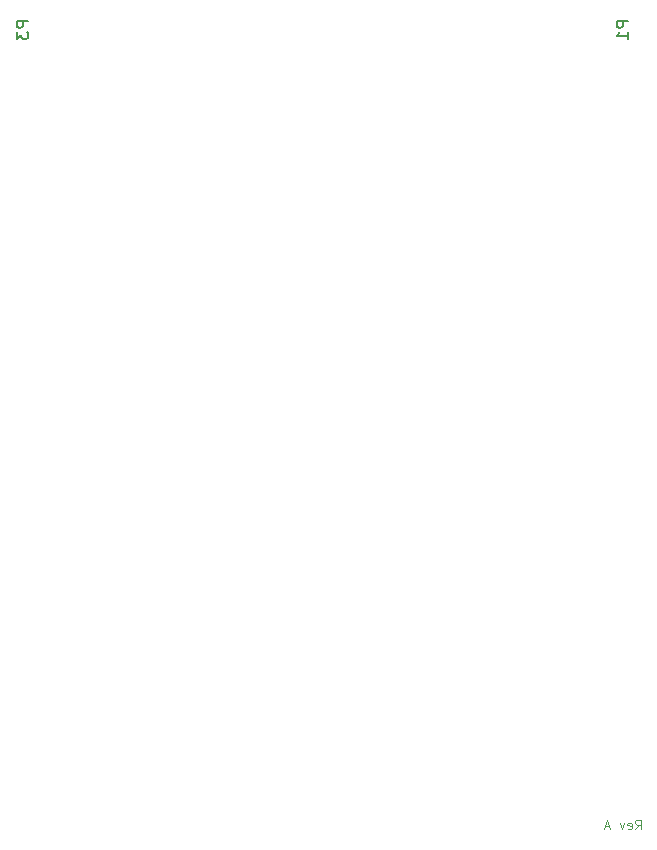
<source format=gbo>
G04 #@! TF.FileFunction,Legend,Bot*
%FSLAX46Y46*%
G04 Gerber Fmt 4.6, Leading zero omitted, Abs format (unit mm)*
G04 Created by KiCad (PCBNEW (2015-01-16 BZR 5376)-product) date 4/30/2015 5:52:32 PM*
%MOMM*%
G01*
G04 APERTURE LIST*
%ADD10C,0.100000*%
%ADD11C,0.120000*%
%ADD12C,0.150000*%
G04 APERTURE END LIST*
D10*
D11*
X111537619Y-100691905D02*
X111804286Y-100310952D01*
X111994762Y-100691905D02*
X111994762Y-99891905D01*
X111690000Y-99891905D01*
X111613809Y-99930000D01*
X111575714Y-99968095D01*
X111537619Y-100044286D01*
X111537619Y-100158571D01*
X111575714Y-100234762D01*
X111613809Y-100272857D01*
X111690000Y-100310952D01*
X111994762Y-100310952D01*
X110890000Y-100653810D02*
X110966190Y-100691905D01*
X111118571Y-100691905D01*
X111194762Y-100653810D01*
X111232857Y-100577619D01*
X111232857Y-100272857D01*
X111194762Y-100196667D01*
X111118571Y-100158571D01*
X110966190Y-100158571D01*
X110890000Y-100196667D01*
X110851905Y-100272857D01*
X110851905Y-100349048D01*
X111232857Y-100425238D01*
X110585238Y-100158571D02*
X110394762Y-100691905D01*
X110204286Y-100158571D01*
X109328095Y-100463333D02*
X108947143Y-100463333D01*
X109404286Y-100691905D02*
X109137619Y-99891905D01*
X108870952Y-100691905D01*
D12*
X110942381Y-32281905D02*
X109942381Y-32281905D01*
X109942381Y-32662858D01*
X109990000Y-32758096D01*
X110037619Y-32805715D01*
X110132857Y-32853334D01*
X110275714Y-32853334D01*
X110370952Y-32805715D01*
X110418571Y-32758096D01*
X110466190Y-32662858D01*
X110466190Y-32281905D01*
X110942381Y-33805715D02*
X110942381Y-33234286D01*
X110942381Y-33520000D02*
X109942381Y-33520000D01*
X110085238Y-33424762D01*
X110180476Y-33329524D01*
X110228095Y-33234286D01*
X60142381Y-32281905D02*
X59142381Y-32281905D01*
X59142381Y-32662858D01*
X59190000Y-32758096D01*
X59237619Y-32805715D01*
X59332857Y-32853334D01*
X59475714Y-32853334D01*
X59570952Y-32805715D01*
X59618571Y-32758096D01*
X59666190Y-32662858D01*
X59666190Y-32281905D01*
X59142381Y-33186667D02*
X59142381Y-33805715D01*
X59523333Y-33472381D01*
X59523333Y-33615239D01*
X59570952Y-33710477D01*
X59618571Y-33758096D01*
X59713810Y-33805715D01*
X59951905Y-33805715D01*
X60047143Y-33758096D01*
X60094762Y-33710477D01*
X60142381Y-33615239D01*
X60142381Y-33329524D01*
X60094762Y-33234286D01*
X60047143Y-33186667D01*
M02*

</source>
